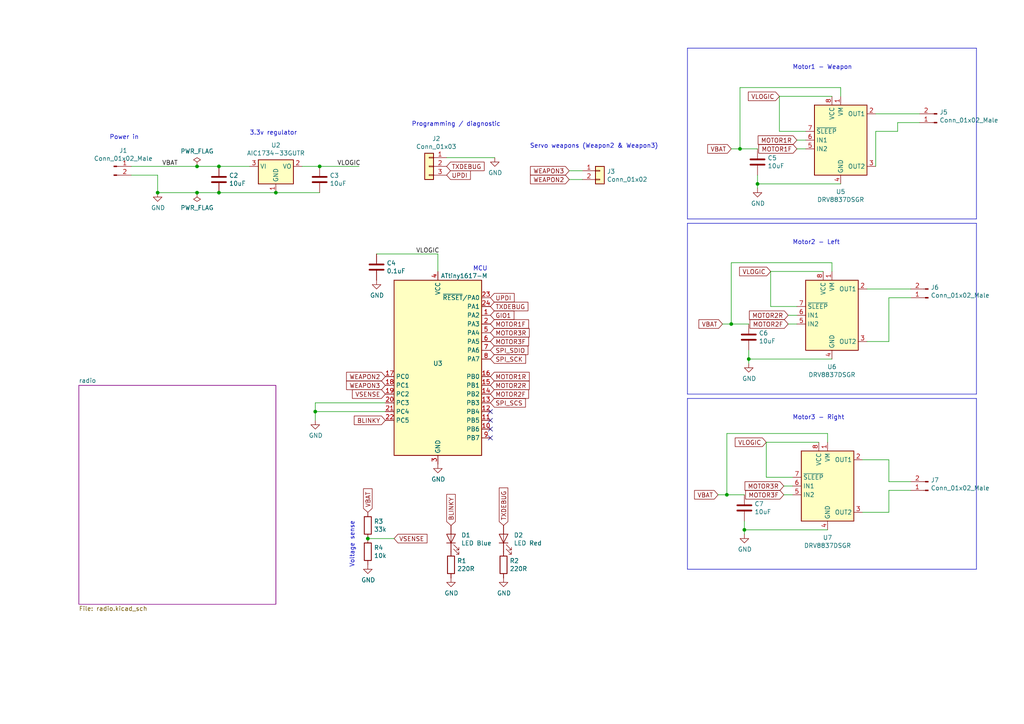
<source format=kicad_sch>
(kicad_sch (version 20200512) (host eeschema "5.99.0-unknown-92ce7ca~101~ubuntu18.04.1")
  (page 1 2)
  (paper "A4")
  (title_block (title "Malenki-Nano i") (date "2020-04-29") (company "Mark Robson"))
  (lib_symbols
    (symbol "Connector_Generic:Conn_01x02" (pin_names hide)
      (property "Reference" "J" (at 0 2.54 0))
      (property "Value" "Conn_01x02" (at 0 -5.08 0))
      (symbol "Conn_01x02_1_1"
        (rectangle (start -1.27 -2.413) (end 0 -2.667))
        (rectangle (start -1.27 0.127) (end 0 -0.127))
        (rectangle (start -1.27 1.27) (end 1.27 -3.81) (stroke (width 0.254)) (fill (type background)))
        (pin passive line (at -5.08 0 0) (length 3.81) (name "Pin_1") (number "1"))
        (pin passive line (at -5.08 -2.54 0) (length 3.81) (name "Pin_2") (number "2"))
      )
    )
    (symbol "Connector_Generic:Conn_01x03" (pin_names hide)
      (property "Reference" "J" (at 0 5.08 0))
      (property "Value" "Conn_01x03" (at 0 -5.08 0))
      (symbol "Conn_01x03_1_1"
        (rectangle (start -1.27 -2.413) (end 0 -2.667))
        (rectangle (start -1.27 2.667) (end 0 2.413))
        (rectangle (start -1.27 3.81) (end 1.27 -3.81) (stroke (width 0.254)) (fill (type background)))
        (rectangle (start -1.27 0.127) (end 0 -0.127))
        (pin passive line (at -5.08 2.54 0) (length 3.81) (name "Pin_1") (number "1"))
        (pin passive line (at -5.08 0 0) (length 3.81) (name "Pin_2") (number "2"))
        (pin passive line (at -5.08 -2.54 0) (length 3.81) (name "Pin_3") (number "3"))
      )
    )
    (symbol "Driver_Motor:DRV8837C" (pin_names (offset 0.508))
      (property "Reference" "U" (at 6.35 11.43 0))
      (property "Value" "DRV8837C" (at -10.16 11.43 0))
      (symbol "DRV8837C_0_1"
        (rectangle (start -7.62 10.16) (end 7.62 -10.16) (stroke (width 0.254)) (fill (type background)))
      )
      (symbol "DRV8837C_1_1"
        (pin power_in line (at 0 12.7 270) (length 2.54) (name "VM") (number "1"))
        (pin output line (at 10.16 7.62 180) (length 2.54) (name "OUT1") (number "2"))
        (pin output line (at 10.16 -7.62 180) (length 2.54) (name "OUT2") (number "3"))
        (pin power_in line (at 0 -12.7 90) (length 2.54) (name "GND") (number "4"))
        (pin input line (at -10.16 -2.54 0) (length 2.54) (name "IN2") (number "5"))
        (pin input line (at -10.16 0 0) (length 2.54) (name "IN1") (number "6"))
        (pin input line (at -10.16 2.54 0) (length 2.54) (name "~SLEEP") (number "7"))
        (pin power_in line (at -2.54 12.7 270) (length 2.54) (name "VCC") (number "8"))
        (pin passive line (at 0 -12.7 90) (length 2.54) (name "GND") (number "9") hide)
      )
    )
    (symbol "MCU_Microchip_ATtiny:ATtiny1617-M" (pin_names (offset 0.508))
      (property "Reference" "U" (at -12.7 26.67 0))
      (property "Value" "ATtiny1617-M" (at 2.54 -26.67 0))
      (symbol "ATtiny1617-M_0_1"
        (rectangle (start -12.7 -25.4) (end 12.7 25.4) (stroke (width 0.254)) (fill (type background)))
      )
      (symbol "ATtiny1617-M_1_1"
        (pin bidirectional line (at 15.24 15.24 180) (length 2.54) (name "PA2") (number "1"))
        (pin bidirectional line (at 15.24 -17.78 180) (length 2.54) (name "PB6") (number "10"))
        (pin bidirectional line (at 15.24 -15.24 180) (length 2.54) (name "PB5") (number "11"))
        (pin bidirectional line (at 15.24 -12.7 180) (length 2.54) (name "PB4") (number "12"))
        (pin bidirectional line (at 15.24 -10.16 180) (length 2.54) (name "PB3") (number "13"))
        (pin bidirectional line (at 15.24 -7.62 180) (length 2.54) (name "PB2") (number "14"))
        (pin bidirectional line (at 15.24 -5.08 180) (length 2.54) (name "PB1") (number "15"))
        (pin bidirectional line (at 15.24 -2.54 180) (length 2.54) (name "PB0") (number "16"))
        (pin bidirectional line (at -15.24 -2.54 0) (length 2.54) (name "PC0") (number "17"))
        (pin bidirectional line (at -15.24 -5.08 0) (length 2.54) (name "PC1") (number "18"))
        (pin bidirectional line (at -15.24 -7.62 0) (length 2.54) (name "PC2") (number "19"))
        (pin bidirectional line (at 15.24 12.7 180) (length 2.54) (name "PA3") (number "2"))
        (pin bidirectional line (at -15.24 -10.16 0) (length 2.54) (name "PC3") (number "20"))
        (pin bidirectional line (at -15.24 -12.7 0) (length 2.54) (name "PC4") (number "21"))
        (pin bidirectional line (at -15.24 -15.24 0) (length 2.54) (name "PC5") (number "22"))
        (pin bidirectional line (at 15.24 20.32 180) (length 2.54) (name "~RESET~/PA0") (number "23"))
        (pin bidirectional line (at 15.24 17.78 180) (length 2.54) (name "PA1") (number "24"))
        (pin passive line (at 0 -27.94 90) (length 2.54) (name "GND") (number "25") hide)
        (pin power_in line (at 0 -27.94 90) (length 2.54) (name "GND") (number "3"))
        (pin power_in line (at 0 27.94 270) (length 2.54) (name "VCC") (number "4"))
        (pin bidirectional line (at 15.24 10.16 180) (length 2.54) (name "PA4") (number "5"))
        (pin bidirectional line (at 15.24 7.62 180) (length 2.54) (name "PA5") (number "6"))
        (pin bidirectional line (at 15.24 5.08 180) (length 2.54) (name "PA6") (number "7"))
        (pin bidirectional line (at 15.24 2.54 180) (length 2.54) (name "PA7") (number "8"))
        (pin bidirectional line (at 15.24 -20.32 180) (length 2.54) (name "PB7") (number "9"))
      )
    )
    (symbol "mal_nano:HT7233"
      (property "Reference" "U" (at 0 1.27 0))
      (property "Value" "HT7233" (at 1.27 0 0))
      (symbol "HT7233_1_1"
        (rectangle (start -5.08 -8.89) (end 5.08 -1.905) (stroke (width 0.254)) (fill (type background)))
        (pin power_in line (at 0 -11.43 90) (length 2.54) (name "GND") (number "1"))
        (pin power_out line (at 7.62 -3.81 180) (length 2.54) (name "VO") (number "2"))
        (pin power_in line (at -7.62 -3.81 0) (length 2.54) (name "VI") (number "3"))
      )
    )
    (symbol "malenki-nano-rescue:C-Device" (pin_numbers hide) (pin_names (offset 0.254))
      (property "Reference" "C" (at 0.635 2.54 0))
      (property "Value" "C-Device" (at 0.635 -2.54 0))
      (symbol "C-Device_0_1"
        (polyline (pts (xy -2.032 -0.762) (xy 2.032 -0.762)) (stroke (width 0.508)))
        (polyline (pts (xy -2.032 0.762) (xy 2.032 0.762)) (stroke (width 0.508)))
      )
      (symbol "C-Device_1_1"
        (pin passive line (at 0 3.81 270) (length 2.794) (name "~") (number "1"))
        (pin passive line (at 0 -3.81 90) (length 2.794) (name "~") (number "2"))
      )
    )
    (symbol "malenki-nano-rescue:Conn_01x02_Male-Connector" (pin_names hide)
      (property "Reference" "J" (at 0 2.54 0))
      (property "Value" "Conn_01x02_Male-Connector" (at 0 -5.08 0))
      (symbol "Conn_01x02_Male-Connector_1_1"
        (rectangle (start 0.8636 -2.413) (end 0 -2.667) (fill (type outline)))
        (rectangle (start 0.8636 0.127) (end 0 -0.127) (fill (type outline)))
        (polyline (pts (xy 1.27 -2.54) (xy 0.8636 -2.54)))
        (polyline (pts (xy 1.27 0) (xy 0.8636 0)))
        (pin passive line (at 5.08 0 180) (length 3.81) (name "Pin_1") (number "1"))
        (pin passive line (at 5.08 -2.54 180) (length 3.81) (name "Pin_2") (number "2"))
      )
    )
    (symbol "malenki-nano-rescue:GND-power" (power) (pin_names (offset 0))
      (property "Value" "GND-power" (at 0 -3.81 0))
      (symbol "GND-power_0_1"
        (polyline (pts (xy 0 0) (xy 0 -1.27) (xy 1.27 -1.27) (xy 0 -2.54) (xy -1.27 -1.27) (xy 0 -1.27)))
      )
      (symbol "GND-power_1_1"
        (pin power_in line (at 0 0 270) (length 0) (name "GND") (number "1") hide)
      )
    )
    (symbol "malenki-nano-rescue:LED-Device" (pin_numbers hide) (pin_names hide)
      (property "Reference" "D" (at 0 2.54 0))
      (property "Value" "LED-Device" (at 0 -2.54 0))
      (symbol "LED-Device_0_1"
        (polyline (pts (xy -1.27 -1.27) (xy -1.27 1.27)) (stroke (width 0.2032)))
        (polyline (pts (xy -1.27 0) (xy 1.27 0)))
        (polyline (pts (xy 1.27 -1.27) (xy 1.27 1.27) (xy -1.27 0) (xy 1.27 -1.27)) (stroke (width 0.2032)))
        (polyline (pts (xy -3.048 -0.762) (xy -4.572 -2.286) (xy -3.81 -2.286) (xy -4.572 -2.286) (xy -4.572 -1.524)))
        (polyline (pts (xy -1.778 -0.762) (xy -3.302 -2.286) (xy -2.54 -2.286) (xy -3.302 -2.286) (xy -3.302 -1.524)))
      )
      (symbol "LED-Device_1_1"
        (pin passive line (at -3.81 0 0) (length 2.54) (name "K") (number "1"))
        (pin passive line (at 3.81 0 180) (length 2.54) (name "A") (number "2"))
      )
    )
    (symbol "malenki-nano-rescue:PWR_FLAG-power" (power) (pin_numbers hide) (pin_names (offset 0) hide)
      (property "Value" "PWR_FLAG-power" (at 0 3.81 0))
      (symbol "PWR_FLAG-power_0_1"
        (polyline (pts (xy 0 0) (xy 0 1.27) (xy -1.016 1.905) (xy 0 2.54) (xy 1.016 1.905) (xy 0 1.27)))
      )
      (symbol "PWR_FLAG-power_0_0"
        (pin power_out line (at 0 0 90) (length 0) (name "pwr") (number "1"))
      )
    )
    (symbol "malenki-nano-rescue:R-Device" (pin_numbers hide) (pin_names (offset 0))
      (property "Reference" "R" (at 2.032 0 90))
      (property "Value" "R-Device" (at 0 0 90))
      (symbol "R-Device_0_1"
        (rectangle (start -1.016 -2.54) (end 1.016 2.54) (stroke (width 0.254)))
      )
      (symbol "R-Device_1_1"
        (pin passive line (at 0 3.81 270) (length 1.27) (name "~") (number "1"))
        (pin passive line (at 0 -3.81 90) (length 1.27) (name "~") (number "2"))
      )
    )
  )
  (junction (at 45.72 55.88))
  (junction (at 57.15 48.26))
  (junction (at 57.15 55.88))
  (junction (at 63.5 48.26))
  (junction (at 63.5 55.88))
  (junction (at 80.01 55.88))
  (junction (at 91.44 119.38))
  (junction (at 92.71 48.26))
  (junction (at 106.68 156.21))
  (junction (at 210.82 143.51))
  (junction (at 212.09 93.98))
  (junction (at 214.63 43.18))
  (junction (at 215.9 153.67))
  (junction (at 217.17 104.14))
  (junction (at 219.71 53.34))
  (no_connect (at 142.24 124.46))
  (no_connect (at 142.24 119.38))
  (no_connect (at 142.24 121.92))
  (no_connect (at 142.24 127))
  (wire (pts (xy 38.1 48.26) (xy 57.15 48.26)))
  (wire (pts (xy 38.1 50.8) (xy 45.72 50.8)))
  (wire (pts (xy 45.72 50.8) (xy 45.72 55.88)))
  (wire (pts (xy 45.72 55.88) (xy 57.15 55.88)))
  (wire (pts (xy 57.15 48.26) (xy 63.5 48.26)))
  (wire (pts (xy 57.15 55.88) (xy 63.5 55.88)))
  (wire (pts (xy 63.5 48.26) (xy 72.39 48.26)))
  (wire (pts (xy 63.5 55.88) (xy 80.01 55.88)))
  (wire (pts (xy 80.01 55.88) (xy 92.71 55.88)))
  (wire (pts (xy 87.63 48.26) (xy 92.71 48.26)))
  (wire (pts (xy 91.44 116.84) (xy 91.44 119.38)))
  (wire (pts (xy 91.44 116.84) (xy 111.76 116.84)))
  (wire (pts (xy 91.44 119.38) (xy 91.44 121.92)))
  (wire (pts (xy 92.71 48.26) (xy 104.14 48.26)))
  (wire (pts (xy 111.76 119.38) (xy 91.44 119.38)))
  (wire (pts (xy 114.3 156.21) (xy 106.68 156.21)))
  (wire (pts (xy 127 73.66) (xy 109.22 73.66)))
  (wire (pts (xy 127 73.66) (xy 127 78.74)))
  (wire (pts (xy 129.54 45.72) (xy 143.51 45.72)))
  (wire (pts (xy 165.1 49.53) (xy 168.91 49.53)))
  (wire (pts (xy 165.1 52.07) (xy 168.91 52.07)))
  (wire (pts (xy 210.82 125.73) (xy 210.82 143.51)))
  (wire (pts (xy 210.82 143.51) (xy 208.28 143.51)))
  (wire (pts (xy 212.09 76.2) (xy 212.09 93.98)))
  (wire (pts (xy 212.09 93.98) (xy 209.55 93.98)))
  (wire (pts (xy 214.63 25.4) (xy 214.63 43.18)))
  (wire (pts (xy 214.63 43.18) (xy 212.09 43.18)))
  (wire (pts (xy 215.9 143.51) (xy 210.82 143.51)))
  (wire (pts (xy 215.9 151.13) (xy 215.9 153.67)))
  (wire (pts (xy 215.9 153.67) (xy 215.9 154.94)))
  (wire (pts (xy 215.9 153.67) (xy 240.03 153.67)))
  (wire (pts (xy 217.17 93.98) (xy 212.09 93.98)))
  (wire (pts (xy 217.17 101.6) (xy 217.17 104.14)))
  (wire (pts (xy 217.17 104.14) (xy 217.17 105.41)))
  (wire (pts (xy 217.17 104.14) (xy 241.3 104.14)))
  (wire (pts (xy 219.71 43.18) (xy 214.63 43.18)))
  (wire (pts (xy 219.71 50.8) (xy 219.71 53.34)))
  (wire (pts (xy 219.71 53.34) (xy 219.71 54.61)))
  (wire (pts (xy 219.71 53.34) (xy 243.84 53.34)))
  (wire (pts (xy 222.25 128.27) (xy 222.25 138.43)))
  (wire (pts (xy 222.25 138.43) (xy 229.87 138.43)))
  (wire (pts (xy 223.52 78.74) (xy 223.52 88.9)))
  (wire (pts (xy 223.52 88.9) (xy 231.14 88.9)))
  (wire (pts (xy 226.06 27.94) (xy 226.06 38.1)))
  (wire (pts (xy 226.06 38.1) (xy 233.68 38.1)))
  (wire (pts (xy 229.87 140.97) (xy 227.33 140.97)))
  (wire (pts (xy 229.87 143.51) (xy 227.33 143.51)))
  (wire (pts (xy 231.14 91.44) (xy 228.6 91.44)))
  (wire (pts (xy 231.14 93.98) (xy 228.6 93.98)))
  (wire (pts (xy 233.68 40.64) (xy 231.14 40.64)))
  (wire (pts (xy 233.68 43.18) (xy 231.14 43.18)))
  (wire (pts (xy 237.49 128.27) (xy 222.25 128.27)))
  (wire (pts (xy 238.76 78.74) (xy 223.52 78.74)))
  (wire (pts (xy 240.03 125.73) (xy 210.82 125.73)))
  (wire (pts (xy 240.03 128.27) (xy 240.03 125.73)))
  (wire (pts (xy 241.3 27.94) (xy 226.06 27.94)))
  (wire (pts (xy 241.3 76.2) (xy 212.09 76.2)))
  (wire (pts (xy 241.3 78.74) (xy 241.3 76.2)))
  (wire (pts (xy 243.84 25.4) (xy 214.63 25.4)))
  (wire (pts (xy 243.84 27.94) (xy 243.84 25.4)))
  (wire (pts (xy 250.19 133.35) (xy 257.81 133.35)))
  (wire (pts (xy 250.19 148.59) (xy 257.81 148.59)))
  (wire (pts (xy 251.46 83.82) (xy 264.16 83.82)))
  (wire (pts (xy 254 33.02) (xy 266.7 33.02)))
  (wire (pts (xy 254 38.1) (xy 260.35 38.1)))
  (wire (pts (xy 254 48.26) (xy 254 38.1)))
  (wire (pts (xy 257.81 86.36) (xy 257.81 99.06)))
  (wire (pts (xy 257.81 99.06) (xy 251.46 99.06)))
  (wire (pts (xy 257.81 133.35) (xy 257.81 139.7)))
  (wire (pts (xy 257.81 139.7) (xy 264.16 139.7)))
  (wire (pts (xy 257.81 142.24) (xy 257.81 148.59)))
  (wire (pts (xy 260.35 38.1) (xy 260.35 35.56)))
  (wire (pts (xy 264.16 86.36) (xy 257.81 86.36)))
  (wire (pts (xy 264.16 142.24) (xy 257.81 142.24)))
  (wire (pts (xy 266.7 35.56) (xy 260.35 35.56)))
  (polyline (pts (xy 199.39 13.97) (xy 283.21 13.97)))
  (polyline (pts (xy 199.39 63.5) (xy 199.39 13.97)))
  (polyline (pts (xy 199.39 64.77) (xy 283.21 64.77)))
  (polyline (pts (xy 199.39 114.3) (xy 199.39 64.77)))
  (polyline (pts (xy 199.39 115.57) (xy 283.21 115.57)))
  (polyline (pts (xy 199.39 165.1) (xy 199.39 115.57)))
  (polyline (pts (xy 283.21 13.97) (xy 283.21 63.5)))
  (polyline (pts (xy 283.21 63.5) (xy 199.39 63.5)))
  (polyline (pts (xy 283.21 64.77) (xy 283.21 114.3)))
  (polyline (pts (xy 283.21 114.3) (xy 199.39 114.3)))
  (polyline (pts (xy 283.21 115.57) (xy 283.21 165.1)))
  (polyline (pts (xy 283.21 165.1) (xy 199.39 165.1)))
  (text "Power in" (at 31.75 40.64 0) (effects (font (size 1.27 1.27)) (justify left bottom)))
  (text "3.3v regulator" (at 72.39 39.37 0) (effects (font (size 1.27 1.27)) (justify left bottom)))
  (text "Voltage sense" (at 102.87 151.13 270) (effects (font (size 1.27 1.27)) (justify right bottom)))
  (text "Programming / diagnostic" (at 119.38 36.83 0) (effects (font (size 1.27 1.27)) (justify left bottom)))
  (text "MCU\n" (at 137.16 78.74 0) (effects (font (size 1.27 1.27)) (justify left bottom)))
  (text "Servo weapons (Weapon2 & Weapon3)" (at 153.67 43.18 0) (effects (font (size 1.27 1.27)) (justify left bottom)))
  (text "Motor1 - Weapon" (at 229.87 20.32 0) (effects (font (size 1.27 1.27)) (justify left bottom)))
  (text "Motor2 - Left" (at 229.87 71.12 0) (effects (font (size 1.27 1.27)) (justify left bottom)))
  (text "Motor3 - Right" (at 229.87 121.92 0) (effects (font (size 1.27 1.27)) (justify left bottom)))
  (label "VBAT" (at 46.99 48.26 0))
  (label "VLOGIC" (at 97.79 48.26 0))
  (label "VLOGIC" (at 120.65 73.66 0))
  (global_label "VBAT" (shape input) (at 106.68 148.59 90))
  (global_label "WEAPON2" (shape input) (at 111.76 109.22 180))
  (global_label "WEAPON3" (shape input) (at 111.76 111.76 180))
  (global_label "VSENSE" (shape input) (at 111.76 114.3 180))
  (global_label "BLINKY" (shape input) (at 111.76 121.92 180))
  (global_label "VSENSE" (shape input) (at 114.3 156.21 0))
  (global_label "TXDEBUG" (shape input) (at 129.54 48.26 0))
  (global_label "UPDI" (shape input) (at 129.54 50.8 0))
  (global_label "BLINKY" (shape input) (at 130.81 152.4 90))
  (global_label "UPDI" (shape input) (at 142.24 86.36 0))
  (global_label "TXDEBUG" (shape input) (at 142.24 88.9 0))
  (global_label "GIO1" (shape input) (at 142.24 91.44 0))
  (global_label "MOTOR1F" (shape input) (at 142.24 93.98 0))
  (global_label "MOTOR3R" (shape input) (at 142.24 96.52 0))
  (global_label "MOTOR3F" (shape input) (at 142.24 99.06 0))
  (global_label "SPI_SDIO" (shape input) (at 142.24 101.6 0))
  (global_label "SPI_SCK" (shape input) (at 142.24 104.14 0))
  (global_label "MOTOR1R" (shape input) (at 142.24 109.22 0))
  (global_label "MOTOR2R" (shape input) (at 142.24 111.76 0))
  (global_label "MOTOR2F" (shape input) (at 142.24 114.3 0))
  (global_label "SPI_SCS" (shape input) (at 142.24 116.84 0))
  (global_label "TXDEBUG" (shape input) (at 146.05 152.4 90))
  (global_label "WEAPON3" (shape input) (at 165.1 49.53 180))
  (global_label "WEAPON2" (shape input) (at 165.1 52.07 180))
  (global_label "VBAT" (shape input) (at 208.28 143.51 180))
  (global_label "VBAT" (shape input) (at 209.55 93.98 180))
  (global_label "VBAT" (shape input) (at 212.09 43.18 180))
  (global_label "VLOGIC" (shape input) (at 222.25 128.27 180))
  (global_label "VLOGIC" (shape input) (at 223.52 78.74 180))
  (global_label "VLOGIC" (shape input) (at 226.06 27.94 180))
  (global_label "MOTOR3R" (shape input) (at 227.33 140.97 180))
  (global_label "MOTOR3F" (shape input) (at 227.33 143.51 180))
  (global_label "MOTOR2R" (shape input) (at 228.6 91.44 180))
  (global_label "MOTOR2F" (shape input) (at 228.6 93.98 180))
  (global_label "MOTOR1R" (shape input) (at 231.14 40.64 180))
  (global_label "MOTOR1F" (shape input) (at 231.14 43.18 180))
  (symbol (lib_id "malenki-nano-rescue:PWR_FLAG-power") (at 57.15 48.26 0) (unit 1)
    (property "Reference" "#FLG0101" (effects hide))
    (property "Value" "PWR_FLAG" (at 57.15 43.8658 0))
  )
  (symbol (lib_id "malenki-nano-rescue:PWR_FLAG-power") (at 57.15 55.88 180) (unit 1)
    (property "Reference" "#FLG0102" (effects hide))
    (property "Value" "PWR_FLAG" (at 57.15 60.2742 0))
  )
  (symbol (lib_id "malenki-nano-rescue:GND-power") (at 45.72 55.88 0) (unit 1)
    (property "Reference" "#PWR02" (effects hide))
    (property "Value" "GND" (at 45.847 60.2742 0))
  )
  (symbol (lib_id "malenki-nano-rescue:GND-power") (at 91.44 121.92 0) (unit 1)
    (property "Reference" "#PWR0101" (effects hide))
    (property "Value" "GND" (at 91.567 126.3142 0))
  )
  (symbol (lib_id "malenki-nano-rescue:GND-power") (at 106.68 163.83 0) (unit 1)
    (property "Reference" "#PWR07" (effects hide))
    (property "Value" "GND" (at 106.807 168.2242 0))
  )
  (symbol (lib_id "malenki-nano-rescue:GND-power") (at 109.22 81.28 0) (unit 1)
    (property "Reference" "#PWR04" (effects hide))
    (property "Value" "GND" (at 109.347 85.6742 0))
  )
  (symbol (lib_id "malenki-nano-rescue:GND-power") (at 127 134.62 0) (unit 1)
    (property "Reference" "#PWR05" (effects hide))
    (property "Value" "GND" (at 127.127 139.0142 0))
  )
  (symbol (lib_id "malenki-nano-rescue:GND-power") (at 130.81 167.64 0) (unit 1)
    (property "Reference" "#PWR06" (effects hide))
    (property "Value" "GND" (at 130.937 172.0342 0))
  )
  (symbol (lib_id "malenki-nano-rescue:GND-power") (at 143.51 45.72 0) (unit 1)
    (property "Reference" "#PWR0104" (effects hide))
    (property "Value" "GND" (at 143.637 50.1142 0))
  )
  (symbol (lib_id "malenki-nano-rescue:GND-power") (at 146.05 167.64 0) (unit 1)
    (property "Reference" "#PWR011" (effects hide))
    (property "Value" "GND" (at 146.177 172.0342 0))
  )
  (symbol (lib_id "malenki-nano-rescue:GND-power") (at 215.9 154.94 0) (unit 1)
    (property "Reference" "#PWR0103" (effects hide))
    (property "Value" "GND" (at 216.027 159.3342 0))
  )
  (symbol (lib_id "malenki-nano-rescue:GND-power") (at 217.17 105.41 0) (unit 1)
    (property "Reference" "#PWR0102" (effects hide))
    (property "Value" "GND" (at 217.297 109.8042 0))
  )
  (symbol (lib_id "malenki-nano-rescue:GND-power") (at 219.71 54.61 0) (unit 1)
    (property "Reference" "#PWR08" (effects hide))
    (property "Value" "GND" (at 219.837 59.0042 0))
  )
  (symbol (lib_id "malenki-nano-rescue:R-Device") (at 106.68 152.4 0) (unit 1)
    (property "Reference" "R3" (at 108.458 151.2316 0) (effects (justify left)))
    (property "Value" "33k" (at 108.458 153.543 0) (effects (justify left)))
    (property "Footprint" "Resistor_SMD:R_0603_1608Metric" (effects hide))
    (property "Partnum" "C4216" (effects hide))
    (property "LCSC" "C4216" (effects hide))
  )
  (symbol (lib_id "malenki-nano-rescue:R-Device") (at 106.68 160.02 0) (unit 1)
    (property "Reference" "R4" (at 108.458 158.8516 0) (effects (justify left)))
    (property "Value" "10k" (at 108.458 161.163 0) (effects (justify left)))
    (property "Footprint" "Resistor_SMD:R_0603_1608Metric" (effects hide))
    (property "Partnum" "C25804" (effects hide))
    (property "LCSC" "C25804" (effects hide))
  )
  (symbol (lib_id "malenki-nano-rescue:R-Device") (at 130.81 163.83 0) (unit 1)
    (property "Reference" "R1" (at 132.588 162.6616 0) (effects (justify left)))
    (property "Value" "220R" (at 132.588 164.973 0) (effects (justify left)))
    (property "Footprint" "Resistor_SMD:R_0603_1608Metric" (effects hide))
    (property "Partnum" "C22962" (effects hide))
    (property "LCSC" "C22962" (effects hide))
  )
  (symbol (lib_id "malenki-nano-rescue:R-Device") (at 146.05 163.83 0) (unit 1)
    (property "Reference" "R2" (at 147.828 162.6616 0) (effects (justify left)))
    (property "Value" "220R" (at 147.828 164.973 0) (effects (justify left)))
    (property "Footprint" "Resistor_SMD:R_0603_1608Metric" (effects hide))
    (property "Partnum" "C22962" (effects hide))
    (property "LCSC" "C22962" (effects hide))
  )
  (symbol (lib_id "malenki-nano-rescue:Conn_01x02_Male-Connector") (at 33.02 48.26 0) (unit 1)
    (property "Reference" "J1" (at 35.7632 43.6626 0))
    (property "Value" "Conn_01x02_Male" (at 35.7632 45.974 0))
    (property "Footprint" "malenki-nano:PinHeader_1x02_P2.54mm_BIG1" (effects hide))
  )
  (symbol (lib_id "malenki-nano-rescue:Conn_01x02_Male-Connector") (at 269.24 86.36 180) (unit 1)
    (property "Reference" "J6" (at 269.9512 83.3628 0) (effects (justify right)))
    (property "Value" "Conn_01x02_Male" (at 269.9512 85.6742 0) (effects (justify right)))
    (property "Footprint" "malenki-nano:PinHeader_1x02_P2.54mm_BIG1" (effects hide))
  )
  (symbol (lib_id "malenki-nano-rescue:Conn_01x02_Male-Connector") (at 269.24 142.24 180) (unit 1)
    (property "Reference" "J7" (at 269.9512 139.2428 0) (effects (justify right)))
    (property "Value" "Conn_01x02_Male" (at 269.9512 141.5542 0) (effects (justify right)))
    (property "Footprint" "malenki-nano:PinHeader_1x02_P2.54mm_BIG1" (effects hide))
  )
  (symbol (lib_id "malenki-nano-rescue:Conn_01x02_Male-Connector") (at 271.78 35.56 180) (unit 1)
    (property "Reference" "J5" (at 272.4912 32.5628 0) (effects (justify right)))
    (property "Value" "Conn_01x02_Male" (at 272.4912 34.8742 0) (effects (justify right)))
    (property "Footprint" "malenki-nano:PinHeader_1x02_P2.54mm_BIG1" (effects hide))
  )
  (symbol (lib_id "malenki-nano-rescue:LED-Device") (at 130.81 156.21 90) (unit 1)
    (property "Reference" "D1" (at 133.7818 155.2194 90) (effects (justify right)))
    (property "Value" "LED Blue" (at 133.7818 157.5308 90) (effects (justify right)))
    (property "Footprint" "LED_SMD:LED_0805_2012Metric_Castellated" (effects hide))
    (property "LCSC" "C2293" (effects hide))
  )
  (symbol (lib_id "malenki-nano-rescue:LED-Device") (at 146.05 156.21 90) (unit 1)
    (property "Reference" "D2" (at 149.0218 155.2194 90) (effects (justify right)))
    (property "Value" "LED Red" (at 149.0218 157.5308 90) (effects (justify right)))
    (property "Footprint" "LED_SMD:LED_0805_2012Metric_Castellated" (effects hide))
    (property "LCSC" "C84256" (effects hide))
  )
  (symbol (lib_id "Connector_Generic:Conn_01x02") (at 173.99 49.53 0) (unit 1)
    (property "Reference" "J3" (at 176.022 49.7332 0) (effects (justify left)))
    (property "Value" "Conn_01x02" (at 176.022 52.0446 0) (effects (justify left)))
    (property "Footprint" "malenki-nano:wirepad_2" (effects hide))
  )
  (symbol (lib_id "malenki-nano-rescue:C-Device") (at 63.5 52.07 0) (unit 1)
    (property "Reference" "C2" (at 66.421 50.9016 0) (effects (justify left)))
    (property "Value" "10uF" (at 66.421 53.213 0) (effects (justify left)))
    (property "Footprint" "Capacitor_SMD:C_0603_1608Metric" (effects hide))
    (property "LCSC" "C19702" (effects hide))
  )
  (symbol (lib_id "malenki-nano-rescue:C-Device") (at 92.71 52.07 0) (unit 1)
    (property "Reference" "C3" (at 95.631 50.9016 0) (effects (justify left)))
    (property "Value" "10uF" (at 95.631 53.213 0) (effects (justify left)))
    (property "Footprint" "Capacitor_SMD:C_0603_1608Metric" (effects hide))
    (property "LCSC" "C19702" (effects hide))
  )
  (symbol (lib_id "malenki-nano-rescue:C-Device") (at 109.22 77.47 0) (unit 1)
    (property "Reference" "C4" (at 112.141 76.3016 0) (effects (justify left)))
    (property "Value" "0.1uF" (at 112.141 78.613 0) (effects (justify left)))
    (property "Footprint" "Capacitor_SMD:C_0603_1608Metric" (effects hide))
    (property "Partnum" "C14663" (effects hide))
    (property "LCSC" "C14663" (effects hide))
  )
  (symbol (lib_id "malenki-nano-rescue:C-Device") (at 215.9 147.32 0) (unit 1)
    (property "Reference" "C7" (at 218.821 146.1516 0) (effects (justify left)))
    (property "Value" "10uF" (at 218.821 148.463 0) (effects (justify left)))
    (property "Footprint" "Capacitor_SMD:C_0603_1608Metric" (effects hide))
    (property "LCSC" "C19702" (effects hide))
  )
  (symbol (lib_id "malenki-nano-rescue:C-Device") (at 217.17 97.79 0) (unit 1)
    (property "Reference" "C6" (at 220.091 96.6216 0) (effects (justify left)))
    (property "Value" "10uF" (at 220.091 98.933 0) (effects (justify left)))
    (property "Footprint" "Capacitor_SMD:C_0603_1608Metric" (effects hide))
    (property "LCSC" "C19702" (effects hide))
  )
  (symbol (lib_id "malenki-nano-rescue:C-Device") (at 219.71 46.99 0) (unit 1)
    (property "Reference" "C5" (at 222.631 45.8216 0) (effects (justify left)))
    (property "Value" "10uF" (at 222.631 48.133 0) (effects (justify left)))
    (property "Footprint" "Capacitor_SMD:C_0603_1608Metric" (effects hide))
    (property "LCSC" "C19702" (effects hide))
  )
  (symbol (lib_id "Connector_Generic:Conn_01x03") (at 124.46 48.26 0) (mirror y) (unit 1)
    (property "Reference" "J2" (at 126.5428 40.2082 0))
    (property "Value" "Conn_01x03" (at 126.5428 42.5196 0))
    (property "Footprint" "Connector_PinHeader_2.00mm:PinHeader_1x03_P2.00mm_Vertical" (effects hide))
  )
  (symbol (lib_id "mal_nano:HT7233") (at 80.01 44.45 0) (unit 1)
    (property "Reference" "U2" (at 80.01 42.1132 0))
    (property "Value" "AIC1734-33GUTR" (at 80.01 44.4246 0))
    (property "Footprint" "Package_TO_SOT_SMD:SOT-23" (effects hide))
    (property "Partnum" "C211659" (effects hide))
    (property "LCSC" "C211659" (effects hide))
  )
  (symbol (lib_id "Driver_Motor:DRV8837C") (at 240.03 140.97 0) (unit 1)
    (property "Reference" "U7" (at 240.03 155.9306 0))
    (property "Value" "DRV8837DSGR" (at 240.03 158.242 0))
    (property "Footprint" "malenki-nano:WSON-8-1EP_2x2mm_P0.5mm_HAND1" (effects hide))
    (property "Datasheet" "https://datasheet.lcsc.com/szlcsc/Texas-Instruments-TI-DRV8837DSGR_C39159.pdf" (effects hide))
    (property "LCSC" "C39159" (effects hide))
  )
  (symbol (lib_id "Driver_Motor:DRV8837C") (at 241.3 91.44 0) (unit 1)
    (property "Reference" "U6" (at 241.3 106.4006 0))
    (property "Value" "DRV8837DSGR" (at 241.3 108.712 0))
    (property "Footprint" "malenki-nano:WSON-8-1EP_2x2mm_P0.5mm_HAND1" (effects hide))
    (property "Datasheet" "https://datasheet.lcsc.com/szlcsc/Texas-Instruments-TI-DRV8837DSGR_C39159.pdf" (effects hide))
    (property "LCSC" "C39159" (effects hide))
  )
  (symbol (lib_id "Driver_Motor:DRV8837C") (at 243.84 40.64 0) (unit 1)
    (property "Reference" "U5" (at 243.84 55.6006 0))
    (property "Value" "DRV8837DSGR" (at 243.84 57.912 0))
    (property "Footprint" "malenki-nano:WSON-8-1EP_2x2mm_P0.5mm_HAND1" (effects hide))
    (property "Datasheet" "https://datasheet.lcsc.com/szlcsc/Texas-Instruments-TI-DRV8837DSGR_C39159.pdf" (effects hide))
    (property "LCSC" "C39159" (effects hide))
  )
  (symbol (lib_id "MCU_Microchip_ATtiny:ATtiny1617-M") (at 127 106.68 0) (unit 1)
    (property "Reference" "U3" (at 127 105.41 0))
    (property "Value" "ATtiny1617-M" (at 134.62 80.01 0))
    (property "Footprint" "malenki-nano:qfn24-hand1" (effects hide))
    (property "Partnum" "C194193" (effects hide))
    (property "LCSC" "C194193" (effects hide))
  )
  (sheet (at 22.86 111.76) (size 57.15 63.5) (stroke (width 0.1524) (color 132 0 132 1)) (fill (color 255 255 255 0.0000))
    (property "Sheet name" "radio" (at 22.86 111.1245 0) (effects (justify left bottom)))
    (property "Sheet file" "radio.kicad_sch" (at 22.86 175.7685 0) (effects (justify left top)))
  )
)
</source>
